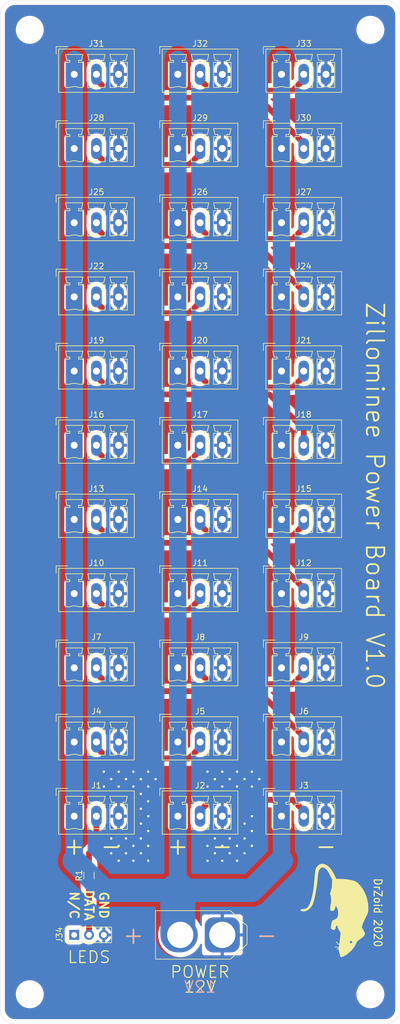
<source format=kicad_pcb>
(kicad_pcb (version 20171130) (host pcbnew "(5.1.4)-1")
  (layers (0 F.Cu signal) (31 B.Cu signal) (34 B.Paste user) (35 F.Paste user) (36 B.SilkS user) (37 F.SilkS user) (38 B.Mask user hide) (39 F.Mask user hide) (44 Edge.Cuts user))
  (net 0 "")
  (net 1 "Net-(J10-Pad2)")
  (net 2 "Net-(J2-Pad2)")
  (net 3 "Net-(J4-Pad2)")
  (net 4 "Net-(J6-Pad2)")
  (net 5 "Net-(J8-Pad2)")
  (net 6 "Net-(J12-Pad2)")
  (net 7 "Net-(J14-Pad2)")
  (net 8 "Net-(J18-Pad2)")
  (net 9 "Net-(J22-Pad2)")
  (net 10 "Net-(J26-Pad2)")
  (net 11 "Net-(J16-Pad2)")
  (net 12 "Net-(J20-Pad2)")
  (net 13 "Net-(J24-Pad2)")
  (net 14 "Net-(J28-Pad2)")
  (net 15 +12V)
  (net 16 GND)
  (net 17 "Net-(J30-Pad2)")
  (net 18 "Net-(J32-Pad2)")
  (net 19 DATA_IN)
  (net 20 "Net-(J34-Pad2)")
  (module Resistors_SMD:R_0805_HandSoldering (layer F.Cu) (at 38.1 170.18 90)
    (fp_text reference R1 (at 0 -1.7 90) (layer F.SilkS))
    (fp_text value 470)
    (pad 1 smd rect (at -1.35 0 90) (size 1.5 1.3) (layers F.Cu F.Paste F.Mask) (net 20 "Net-(J34-Pad2)"))
    (pad 2 smd rect (at 1.35 0 90) (size 1.5 1.3) (layers F.Cu F.Paste F.Mask) (net 19 DATA_IN))
  )
  (module Pin_Headers:Pin_Header_Straight_1x03_Pitch2.54mm (layer F.Cu) (at 35.56 180.34 90)
    (fp_text reference J34 (at 0 -2.54 -90) (layer F.SilkS))
    (fp_text value LEDS (at -3.81 2.54 180) (layer F.SilkS) (effects (font (size 2 2) (thickness 0.2))))
    (pad 1 thru_hole rect (at 0 0 90) (size 1.7 1.7) (drill 1) (layers *.Cu *.Mask))
    (pad 2 thru_hole oval (at 0 2.54 90) (size 1.7 1.7) (drill 1) (layers *.Cu *.Mask) (net 20 "Net-(J34-Pad2)"))
    (pad 3 thru_hole oval (at 0 5.08 90) (size 1.7 1.7) (drill 1) (layers *.Cu *.Mask) (net 16 GND))
  )
  (module zillo-mini-devkit:LOGO_RAT (layer B.Cu) (at 82.55 176.53 90)
    (fp_text reference REF** hide)
    (fp_text value LOGO_RAT hide)
    (fp_poly (pts (xy -5.538 1.139) (xy -5.449 1.185) (xy -5.185 0.762) (xy -5.212 0.744) (xy -5.234 0.727) (xy -5.257 0.705) (xy -5.272 0.688) (xy -5.287 0.667) (xy -5.299 0.647) (xy -5.308 0.63) (xy -5.316 0.613) (xy -5.321 0.599) (xy -5.325 0.583) (xy -5.328 0.571) (xy -5.332 0.552) (xy -5.334 0.54) (xy -5.337 0.523) (xy -5.338 0.511) (xy -5.338 0.496) (xy -5.338 0.481) (xy -5.337 0.465) (xy -5.334 0.446) (xy -5.329 0.423) (xy -5.324 0.407) (xy -5.318 0.389) (xy -5.309 0.368) (xy -5.295 0.343) (xy -5.284 0.326) (xy -5.271 0.309) (xy -5.258 0.293) (xy -5.242 0.278) (xy -5.209 0.251) (xy -5.188 0.238) (xy -5.171 0.229) (xy -5.152 0.221) (xy -5.131 0.213) (xy -5.102 0.205) (xy -5.055 0.198) (xy -5.017 0.198) (xy -4.973 0.204) (xy -4.935 0.216) (xy -4.902 0.23) (xy -4.875 0.246) (xy -4.858 0.258) (xy -4.828 0.283) (xy -4.797 0.317) (xy -4.78 0.342) (xy -4.76 0.38) (xy -4.75 0.41) (xy -4.745 0.431) (xy -4.74 0.458) (xy -4.737 0.5) (xy -4.739 0.536) (xy -4.748 0.579) (xy -4.765 0.625) (xy -4.783 0.66) (xy -4.809 0.694) (xy -4.821 0.707) (xy -4.838 0.723) (xy -4.848 0.732) (xy -4.87 0.748) (xy -4.893 0.762) (xy -4.905 0.768) (xy -4.92 0.776) (xy -4.931 0.78) (xy -4.95 0.786) (xy -4.96 0.789) (xy -4.972 0.792) (xy -4.982 0.794) (xy -4.995 0.796) (xy -5.012 0.798) (xy -5.03 0.799) (xy -5.057 0.799) (xy -5.082 0.797) (xy -5.118 0.791) (xy -5.144 0.782) (xy -5.163 0.773) (xy -5.178 0.765) (xy -5.181 0.763) (xy -5.446 1.187) (xy -5.281 1.275) (xy -5.061 1.366) (xy -4.953 1.428) (xy -4.85 1.501) (xy -4.748 1.609) (xy -4.627 1.758) (xy -4.477 1.97) (xy -4.354 2.148) (xy -4.203 2.346) (xy -4.084 2.486) (xy -3.995 2.577) (xy -3.867 2.674) (xy -3.758 2.737) (xy -3.653 2.787) (xy -3.57 2.799) (xy -3.514 2.79) (xy -3.438 2.759) (xy -3.322 2.696) (xy -3.227 2.625) (xy -3.133 2.569) (xy -3.048 2.546) (xy -2.949 2.511) (xy -2.871 2.464) (xy -2.807 2.412) (xy -2.704 2.332) (xy -2.634 2.278) (xy -2.558 2.267) (xy -2.444 2.269) (xy -2.295 2.305) (xy -2.023 2.383) (xy -1.618 2.542) (xy -1.359 2.658) (xy -0.899 2.875) (xy -0.469 3.089) (xy -0.308 3.17) (xy -0.114 3.247) (xy 0.046 3.297) (xy 0.225 3.338) (xy 0.385 3.358) (xy 0.528 3.366) (xy 0.69 3.373) (xy 0.8 3.372) (xy 0.993 3.37) (xy 1.135 3.364) (xy 1.278 3.35) (xy 1.497 3.328) (xy 1.639 3.308) (xy 1.864 3.27) (xy 2.015 3.24) (xy 2.212 3.194) (xy 2.357 3.155) (xy 2.604 3.085) (xy 2.79 3.017) (xy 3.089 2.904) (xy 3.604 2.649) (xy 4.017 2.422) (xy 4.139 2.347) (xy 4.406 2.134) (xy 4.908 1.685) (xy 5.073 1.519) (xy 5.141 1.417) (xy 5.221 1.283) (xy 5.313 1.118) (xy 5.373 0.92) (xy 5.437 0.676) (xy 5.519 0.295) (xy 5.572 0.008) (xy 5.614 -0.295) (xy 5.648 -0.668) (xy 5.673 -1.234) (xy 5.681 -2.081) (xy 5.713 -2.101) (xy 6.21 -2.347) (xy 6.613 -2.543) (xy 7.101 -2.825) (xy 7.337 -2.986) (xy 7.5 -3.11) (xy 7.675 -3.269) (xy 7.804 -3.397) (xy 7.902 -3.529) (xy 7.992 -3.661) (xy 8.075 -3.796) (xy 8.164 -3.99) (xy 8.23 -4.173) (xy 8.256 -4.327) (xy 8.261 -4.46) (xy 8.253 -4.58) (xy 8.229 -4.692) (xy 8.184 -4.818) (xy 8.116 -4.936) (xy 8.036 -5.05) (xy 7.893 -5.213) (xy 7.707 -5.347) (xy 7.552 -5.43) (xy 7.396 -5.484) (xy 7.101 -5.548) (xy 6.744 -5.587) (xy 5.63 -5.684) (xy 4.822 -5.765) (xy 4.469 -5.803) (xy 4.039 -5.855) (xy 3.653 -5.912) (xy 3.212 -5.995) (xy 2.763 -6.093) (xy 2.316 -6.207) (xy 1.981 -6.314) (xy 1.67 -6.409) (xy 1.497 -6.475) (xy 1.308 -6.57) (xy 1.137 -6.665) (xy 0.99 -6.76) (xy 0.879 -6.857) (xy 0.767 -6.965) (xy 0.687 -7.075) (xy 0.63 -7.199) (xy 0.585 -7.308) (xy 0.561 -7.422) (xy 0.532 -7.572) (xy 0.509 -7.711) (xy 0.492 -7.85) (xy 0.483 -7.923) (xy 0.476 -7.995) (xy 0.469 -8.031) (xy 0.455 -8.048) (xy 0.424 -8.076) (xy 0.415 -8.078) (xy 0.401 -8.06) (xy 0.392 -8.034) (xy 0.382 -8.001) (xy 0.365 -7.94) (xy 0.348 -7.876) (xy 0.329 -7.812) (xy 0.311 -7.728) (xy 0.31 -7.662) (xy 0.307 -7.579) (xy 0.317 -7.508) (xy 0.329 -7.435) (xy 0.352 -7.338) (xy 0.379 -7.259) (xy 0.411 -7.176) (xy 0.448 -7.1) (xy 0.501 -7.006) (xy 0.565 -6.905) (xy 0.648 -6.793) (xy 0.744 -6.688) (xy 0.813 -6.619) (xy 0.912 -6.52) (xy 1.043 -6.418) (xy 1.147 -6.335) (xy 1.252 -6.269) (xy 1.484 -6.145) (xy 1.731 -6.062) (xy 1.822 -6.033) (xy 1.969 -5.989) (xy 2.347 -5.886) (xy 2.9 -5.765) (xy 3.568 -5.635) (xy 4.475 -5.487) (xy 5.185 -5.39) (xy 5.635 -5.339) (xy 5.965 -5.31) (xy 6.499 -5.253) (xy 6.72 -5.227) (xy 6.932 -5.18) (xy 7.112 -5.134) (xy 7.232 -5.093) (xy 7.41 -5.005) (xy 7.542 -4.907) (xy 7.621 -4.828) (xy 7.699 -4.735) (xy 7.766 -4.629) (xy 7.811 -4.517) (xy 7.828 -4.423) (xy 7.83 -4.334) (xy 7.823 -4.249) (xy 7.801 -4.149) (xy 7.768 -4.062) (xy 7.684 -3.91) (xy 7.64 -3.849) (xy 7.589 -3.782) (xy 7.554 -3.738) (xy 7.502 -3.687) (xy 7.417 -3.596) (xy 7.341 -3.536) (xy 7.253 -3.479) (xy 7.122 -3.392) (xy 6.986 -3.308) (xy 6.821 -3.216) (xy 6.713 -3.161) (xy 6.489 -3.046) (xy 6.142 -2.87) (xy 5.879 -2.735) (xy 5.729 -2.661) (xy 5.704 -2.649) (xy 5.686 -2.648) (xy 5.355 -2.654) (xy 4.952 -2.663) (xy 4.588 -2.679) (xy 4.381 -2.69) (xy 4.207 -2.72) (xy 4.129 -2.732) (xy 4.046 -2.76) (xy 3.95 -2.798) (xy 3.89 -2.832) (xy 3.824 -2.859) (xy 3.761 -2.879) (xy 3.669 -2.887) (xy 3.572 -2.9) (xy 3.5 -2.91) (xy 3.469 -2.927) (xy 3.415 -2.962) (xy 3.366 -2.977) (xy 3.323 -2.984) (xy 3.266 -2.985) (xy 3.22 -2.984) (xy 3.159 -2.963) (xy 3.113 -2.951) (xy 3.037 -2.923) (xy 2.944 -2.898) (xy 2.816 -2.876) (xy 2.548 -2.846) (xy 2.41 -2.839) (xy 2.214 -2.825) (xy 2.012 -2.822) (xy 1.818 -2.83) (xy 1.628 -2.852) (xy 1.466 -2.88) (xy 1.306 -2.924) (xy 1.199 -2.948) (xy 1.078 -2.966) (xy 0.946 -2.977) (xy 0.789 -2.979) (xy 0.6 -2.977) (xy 0.518 -2.968) (xy 0.465 -2.954) (xy 0.438 -2.938) (xy 0.42 -2.917) (xy 0.408 -2.888) (xy 0.401 -2.853) (xy 0.396 -2.808) (xy 0.395 -2.757) (xy 0.4 -2.705) (xy 0.409 -2.656) (xy 0.433 -2.586) (xy 0.47 -2.519) (xy 0.528 -2.439) (xy 0.583 -2.398) (xy 0.645 -2.371) (xy 0.784 -2.329) (xy 1.06 -2.257) (xy 1.207 -2.216) (xy 1.292 -2.162) (xy 1.335 -2.129) (xy 1.348 -2.106) (xy 1.326 -2.07) (xy 1.272 -2.033) (xy 1.193 -1.992) (xy 1.065 -1.918) (xy 0.772 -1.773) (xy 0.581 -1.7) (xy 0.543 -1.685) (xy 0.435 -1.655) (xy 0.293 -1.632) (xy 0.084 -1.617) (xy -0.07 -1.617) (xy -0.356 -1.623) (xy -0.501 -1.643) (xy -0.623 -1.671) (xy -0.732 -1.713) (xy -0.85 -1.763) (xy -0.911 -1.796) (xy -0.979 -1.847) (xy -1.034 -1.899) (xy -1.104 -1.984) (xy -1.156 -2.052) (xy -1.206 -2.16) (xy -1.249 -2.261) (xy -1.301 -2.385) (xy -1.335 -2.457) (xy -1.371 -2.512) (xy -1.398 -2.551) (xy -1.415 -2.572) (xy -1.448 -2.604) (xy -1.488 -2.634) (xy -1.6 -2.705) (xy -1.727 -2.754) (xy -1.943 -2.781) (xy -2.146 -2.815) (xy -2.41 -2.838) (xy -2.572 -2.861) (xy -2.605 -2.874) (xy -2.633 -2.87) (xy -2.671 -2.848) (xy -2.709 -2.8) (xy -2.737 -2.764) (xy -2.78 -2.71) (xy -2.823 -2.636) (xy -2.848 -2.574) (xy -2.865 -2.509) (xy -2.864 -2.441) (xy -2.832 -2.37) (xy -2.784 -2.314) (xy -2.733 -2.284) (xy -2.667 -2.252) (xy -2.558 -2.228) (xy -2.397 -2.197) (xy -2.289 -2.163) (xy -2.22 -2.113) (xy -2.177 -2.07) (xy -2.148 -2.014) (xy -2.135 -1.965) (xy -2.132 -1.92) (xy -2.141 -1.869) (xy -2.15 -1.841) (xy -2.167 -1.823) (xy -2.19 -1.809) (xy -2.22 -1.79) (xy -2.295 -1.762) (xy -2.445 -1.709) (xy -2.62 -1.642) (xy -2.689 -1.613) (xy -2.783 -1.563) (xy -2.893 -1.504) (xy -3.193 -1.325) (xy -3.304 -1.275) (xy -3.489 -1.222) (xy -3.647 -1.211) (xy -3.752 -1.225) (xy -3.963 -1.24) (xy -4.406 -1.281) (xy -4.664 -1.315) (xy -4.924 -1.349) (xy -5.16 -1.381) (xy -5.425 -1.426) (xy -5.848 -1.481) (xy -5.978 -1.503) (xy -6.181 -1.521) (xy -6.342 -1.525) (xy -6.454 -1.515) (xy -6.546 -1.497) (xy -6.812 -1.421) (xy -7.015 -1.361) (xy -7.099 -1.332) (xy -7.222 -1.298) (xy -7.359 -1.274) (xy -7.424 -1.254) (xy -7.472 -1.228) (xy -7.504 -1.195) (xy -7.516 -1.15) (xy -7.518 -1.097) (xy -7.485 -1.014) (xy -7.428 -0.883) (xy -7.305 -0.646) (xy -7.167 -0.415) (xy -6.996 -0.171) (xy -6.874 -0.009) (xy -6.647 0.251) (xy -6.482 0.432) (xy -6.25 0.65) (xy -6.007 0.846) (xy -5.859 0.949) (xy -5.719 1.032) (xy -5.619 1.092)) (layer F.Cu) (width 0.1))
    (pad 1 smd circle (at -5.047 0.527 90) (size 0.6 0.6) (layers F.Cu F.Mask))
  )
  (module Connectors_Phoenix:PhoenixContact_MCV-G_03x3.81mm_Vertical (layer F.Cu) (at 35.56 96.52)
    (fp_text reference J16 (at 3.81 -5.25) (layer F.SilkS))
    (fp_text value Conn_01x03_Male)
    (pad 1 thru_hole rect (at 0 0) (size 1.8 3.6) (drill 1.2) (layers *.Cu *.Mask) (net 15 +12V))
    (pad 2 thru_hole oval (at 3.81 0) (size 1.8 3.6) (drill 1.2) (layers *.Cu *.Mask) (net 11 "Net-(J16-Pad2)"))
    (pad 3 thru_hole oval (at 7.62 0) (size 1.8 3.6) (drill 1.2) (layers *.Cu *.Mask) (net 16 GND))
  )
  (module Connectors_Phoenix:PhoenixContact_MCV-G_03x3.81mm_Vertical (layer F.Cu) (at 35.56 134.62)
    (fp_text reference J7 (at 3.81 -5.25) (layer F.SilkS))
    (fp_text value Conn_01x03_Male)
    (pad 1 thru_hole rect (at 0 0) (size 1.8 3.6) (drill 1.2) (layers *.Cu *.Mask) (net 15 +12V))
    (pad 2 thru_hole oval (at 3.81 0) (size 1.8 3.6) (drill 1.2) (layers *.Cu *.Mask) (net 4 "Net-(J6-Pad2)"))
    (pad 3 thru_hole oval (at 7.62 0) (size 1.8 3.6) (drill 1.2) (layers *.Cu *.Mask) (net 16 GND))
  )
  (module Connectors_Phoenix:PhoenixContact_MCV-G_03x3.81mm_Vertical (layer F.Cu) (at 53.34 134.62)
    (fp_text reference J8 (at 3.81 -5.25) (layer F.SilkS))
    (fp_text value Conn_01x03_Male)
    (pad 1 thru_hole rect (at 0 0) (size 1.8 3.6) (drill 1.2) (layers *.Cu *.Mask) (net 15 +12V))
    (pad 2 thru_hole oval (at 3.81 0) (size 1.8 3.6) (drill 1.2) (layers *.Cu *.Mask) (net 5 "Net-(J8-Pad2)"))
    (pad 3 thru_hole oval (at 7.62 0) (size 1.8 3.6) (drill 1.2) (layers *.Cu *.Mask) (net 16 GND))
  )
  (module Connectors_Phoenix:PhoenixContact_MCV-G_03x3.81mm_Vertical (layer F.Cu) (at 53.34 121.92)
    (fp_text reference J11 (at 3.81 -5.25) (layer F.SilkS))
    (fp_text value Conn_01x03_Male)
    (pad 1 thru_hole rect (at 0 0) (size 1.8 3.6) (drill 1.2) (layers *.Cu *.Mask) (net 15 +12V))
    (pad 2 thru_hole oval (at 3.81 0) (size 1.8 3.6) (drill 1.2) (layers *.Cu *.Mask) (net 1 "Net-(J10-Pad2)"))
    (pad 3 thru_hole oval (at 7.62 0) (size 1.8 3.6) (drill 1.2) (layers *.Cu *.Mask) (net 16 GND))
  )
  (module Connectors_Phoenix:PhoenixContact_MCV-G_03x3.81mm_Vertical (layer F.Cu) (at 35.56 121.92)
    (fp_text reference J10 (at 3.81 -5.25) (layer F.SilkS))
    (fp_text value Conn_01x03_Male)
    (pad 1 thru_hole rect (at 0 0) (size 1.8 3.6) (drill 1.2) (layers *.Cu *.Mask) (net 15 +12V))
    (pad 2 thru_hole oval (at 3.81 0) (size 1.8 3.6) (drill 1.2) (layers *.Cu *.Mask) (net 1 "Net-(J10-Pad2)"))
    (pad 3 thru_hole oval (at 7.62 0) (size 1.8 3.6) (drill 1.2) (layers *.Cu *.Mask) (net 16 GND))
  )
  (module Connectors_Phoenix:PhoenixContact_MCV-G_03x3.81mm_Vertical (layer F.Cu) (at 71.12 45.72)
    (fp_text reference J30 (at 3.81 -5.25) (layer F.SilkS))
    (fp_text value Conn_01x03_Male)
    (pad 1 thru_hole rect (at 0 0) (size 1.8 3.6) (drill 1.2) (layers *.Cu *.Mask) (net 15 +12V))
    (pad 2 thru_hole oval (at 3.81 0) (size 1.8 3.6) (drill 1.2) (layers *.Cu *.Mask) (net 17 "Net-(J30-Pad2)"))
    (pad 3 thru_hole oval (at 7.62 0) (size 1.8 3.6) (drill 1.2) (layers *.Cu *.Mask) (net 16 GND))
  )
  (module Connectors_Phoenix:PhoenixContact_MCV-G_03x3.81mm_Vertical (layer F.Cu) (at 53.34 45.72)
    (fp_text reference J29 (at 3.81 -5.25) (layer F.SilkS))
    (fp_text value Conn_01x03_Male)
    (pad 1 thru_hole rect (at 0 0) (size 1.8 3.6) (drill 1.2) (layers *.Cu *.Mask) (net 15 +12V))
    (pad 2 thru_hole oval (at 3.81 0) (size 1.8 3.6) (drill 1.2) (layers *.Cu *.Mask) (net 14 "Net-(J28-Pad2)"))
    (pad 3 thru_hole oval (at 7.62 0) (size 1.8 3.6) (drill 1.2) (layers *.Cu *.Mask) (net 16 GND))
  )
  (module Connectors_Phoenix:PhoenixContact_MCV-G_03x3.81mm_Vertical (layer F.Cu) (at 35.56 45.72)
    (fp_text reference J28 (at 3.81 -5.25) (layer F.SilkS))
    (fp_text value Conn_01x03_Male)
    (pad 1 thru_hole rect (at 0 0) (size 1.8 3.6) (drill 1.2) (layers *.Cu *.Mask) (net 15 +12V))
    (pad 2 thru_hole oval (at 3.81 0) (size 1.8 3.6) (drill 1.2) (layers *.Cu *.Mask) (net 14 "Net-(J28-Pad2)"))
    (pad 3 thru_hole oval (at 7.62 0) (size 1.8 3.6) (drill 1.2) (layers *.Cu *.Mask) (net 16 GND))
  )
  (module Connectors_Phoenix:PhoenixContact_MCV-G_03x3.81mm_Vertical (layer F.Cu) (at 71.12 58.42)
    (fp_text reference J27 (at 3.81 -5.25) (layer F.SilkS))
    (fp_text value Conn_01x03_Male)
    (pad 1 thru_hole rect (at 0 0) (size 1.8 3.6) (drill 1.2) (layers *.Cu *.Mask) (net 15 +12V))
    (pad 2 thru_hole oval (at 3.81 0) (size 1.8 3.6) (drill 1.2) (layers *.Cu *.Mask) (net 10 "Net-(J26-Pad2)"))
    (pad 3 thru_hole oval (at 7.62 0) (size 1.8 3.6) (drill 1.2) (layers *.Cu *.Mask) (net 16 GND))
  )
  (module Connectors_Phoenix:PhoenixContact_MCV-G_03x3.81mm_Vertical (layer F.Cu) (at 53.34 58.42)
    (fp_text reference J26 (at 3.81 -5.25) (layer F.SilkS))
    (fp_text value Conn_01x03_Male)
    (pad 1 thru_hole rect (at 0 0) (size 1.8 3.6) (drill 1.2) (layers *.Cu *.Mask) (net 15 +12V))
    (pad 2 thru_hole oval (at 3.81 0) (size 1.8 3.6) (drill 1.2) (layers *.Cu *.Mask) (net 10 "Net-(J26-Pad2)"))
    (pad 3 thru_hole oval (at 7.62 0) (size 1.8 3.6) (drill 1.2) (layers *.Cu *.Mask) (net 16 GND))
  )
  (module Connectors_Phoenix:PhoenixContact_MCV-G_03x3.81mm_Vertical (layer F.Cu) (at 35.56 58.42)
    (fp_text reference J25 (at 3.81 -5.25) (layer F.SilkS))
    (fp_text value Conn_01x03_Male)
    (pad 1 thru_hole rect (at 0 0) (size 1.8 3.6) (drill 1.2) (layers *.Cu *.Mask) (net 15 +12V))
    (pad 2 thru_hole oval (at 3.81 0) (size 1.8 3.6) (drill 1.2) (layers *.Cu *.Mask) (net 13 "Net-(J24-Pad2)"))
    (pad 3 thru_hole oval (at 7.62 0) (size 1.8 3.6) (drill 1.2) (layers *.Cu *.Mask) (net 16 GND))
  )
  (module Connectors_Phoenix:PhoenixContact_MCV-G_03x3.81mm_Vertical (layer F.Cu) (at 71.12 71.12)
    (fp_text reference J24 (at 3.81 -5.25) (layer F.SilkS))
    (fp_text value Conn_01x03_Male)
    (pad 1 thru_hole rect (at 0 0) (size 1.8 3.6) (drill 1.2) (layers *.Cu *.Mask) (net 15 +12V))
    (pad 2 thru_hole oval (at 3.81 0) (size 1.8 3.6) (drill 1.2) (layers *.Cu *.Mask) (net 13 "Net-(J24-Pad2)"))
    (pad 3 thru_hole oval (at 7.62 0) (size 1.8 3.6) (drill 1.2) (layers *.Cu *.Mask) (net 16 GND))
  )
  (module Connectors_Phoenix:PhoenixContact_MCV-G_03x3.81mm_Vertical (layer F.Cu) (at 53.34 71.12)
    (fp_text reference J23 (at 3.81 -5.25) (layer F.SilkS))
    (fp_text value Conn_01x03_Male)
    (pad 1 thru_hole rect (at 0 0) (size 1.8 3.6) (drill 1.2) (layers *.Cu *.Mask) (net 15 +12V))
    (pad 2 thru_hole oval (at 3.81 0) (size 1.8 3.6) (drill 1.2) (layers *.Cu *.Mask) (net 9 "Net-(J22-Pad2)"))
    (pad 3 thru_hole oval (at 7.62 0) (size 1.8 3.6) (drill 1.2) (layers *.Cu *.Mask) (net 16 GND))
  )
  (module Connectors_Phoenix:PhoenixContact_MCV-G_03x3.81mm_Vertical (layer F.Cu) (at 35.56 71.12)
    (fp_text reference J22 (at 3.81 -5.25) (layer F.SilkS))
    (fp_text value Conn_01x03_Male)
    (pad 1 thru_hole rect (at 0 0) (size 1.8 3.6) (drill 1.2) (layers *.Cu *.Mask) (net 15 +12V))
    (pad 2 thru_hole oval (at 3.81 0) (size 1.8 3.6) (drill 1.2) (layers *.Cu *.Mask) (net 9 "Net-(J22-Pad2)"))
    (pad 3 thru_hole oval (at 7.62 0) (size 1.8 3.6) (drill 1.2) (layers *.Cu *.Mask) (net 16 GND))
  )
  (module Connectors_Phoenix:PhoenixContact_MCV-G_03x3.81mm_Vertical (layer F.Cu) (at 71.12 83.82)
    (fp_text reference J21 (at 3.81 -5.25) (layer F.SilkS))
    (fp_text value Conn_01x03_Male)
    (pad 1 thru_hole rect (at 0 0) (size 1.8 3.6) (drill 1.2) (layers *.Cu *.Mask) (net 15 +12V))
    (pad 2 thru_hole oval (at 3.81 0) (size 1.8 3.6) (drill 1.2) (layers *.Cu *.Mask) (net 12 "Net-(J20-Pad2)"))
    (pad 3 thru_hole oval (at 7.62 0) (size 1.8 3.6) (drill 1.2) (layers *.Cu *.Mask) (net 16 GND))
  )
  (module Connectors_Phoenix:PhoenixContact_MCV-G_03x3.81mm_Vertical (layer F.Cu) (at 53.34 83.82)
    (fp_text reference J20 (at 3.81 -5.25) (layer F.SilkS))
    (fp_text value Conn_01x03_Male)
    (pad 1 thru_hole rect (at 0 0) (size 1.8 3.6) (drill 1.2) (layers *.Cu *.Mask) (net 15 +12V))
    (pad 2 thru_hole oval (at 3.81 0) (size 1.8 3.6) (drill 1.2) (layers *.Cu *.Mask) (net 12 "Net-(J20-Pad2)"))
    (pad 3 thru_hole oval (at 7.62 0) (size 1.8 3.6) (drill 1.2) (layers *.Cu *.Mask) (net 16 GND))
  )
  (module Connectors_Phoenix:PhoenixContact_MCV-G_03x3.81mm_Vertical (layer F.Cu) (at 35.56 83.82)
    (fp_text reference J19 (at 3.81 -5.25) (layer F.SilkS))
    (fp_text value Conn_01x03_Male)
    (pad 1 thru_hole rect (at 0 0) (size 1.8 3.6) (drill 1.2) (layers *.Cu *.Mask) (net 15 +12V))
    (pad 2 thru_hole oval (at 3.81 0) (size 1.8 3.6) (drill 1.2) (layers *.Cu *.Mask) (net 8 "Net-(J18-Pad2)"))
    (pad 3 thru_hole oval (at 7.62 0) (size 1.8 3.6) (drill 1.2) (layers *.Cu *.Mask) (net 16 GND))
  )
  (module Connectors_Phoenix:PhoenixContact_MCV-G_03x3.81mm_Vertical (layer F.Cu) (at 71.12 96.52)
    (fp_text reference J18 (at 3.81 -5.25) (layer F.SilkS))
    (fp_text value Conn_01x03_Male)
    (pad 1 thru_hole rect (at 0 0) (size 1.8 3.6) (drill 1.2) (layers *.Cu *.Mask) (net 15 +12V))
    (pad 2 thru_hole oval (at 3.81 0) (size 1.8 3.6) (drill 1.2) (layers *.Cu *.Mask) (net 8 "Net-(J18-Pad2)"))
    (pad 3 thru_hole oval (at 7.62 0) (size 1.8 3.6) (drill 1.2) (layers *.Cu *.Mask) (net 16 GND))
  )
  (module Connectors_Phoenix:PhoenixContact_MCV-G_03x3.81mm_Vertical (layer F.Cu) (at 53.34 96.52)
    (fp_text reference J17 (at 3.81 -5.25) (layer F.SilkS))
    (fp_text value Conn_01x03_Male)
    (pad 1 thru_hole rect (at 0 0) (size 1.8 3.6) (drill 1.2) (layers *.Cu *.Mask) (net 15 +12V))
    (pad 2 thru_hole oval (at 3.81 0) (size 1.8 3.6) (drill 1.2) (layers *.Cu *.Mask) (net 11 "Net-(J16-Pad2)"))
    (pad 3 thru_hole oval (at 7.62 0) (size 1.8 3.6) (drill 1.2) (layers *.Cu *.Mask) (net 16 GND))
  )
  (module Connectors_Phoenix:PhoenixContact_MCV-G_03x3.81mm_Vertical (layer F.Cu) (at 71.12 109.22)
    (fp_text reference J15 (at 3.81 -5.25) (layer F.SilkS))
    (fp_text value Conn_01x03_Male)
    (pad 1 thru_hole rect (at 0 0) (size 1.8 3.6) (drill 1.2) (layers *.Cu *.Mask) (net 15 +12V))
    (pad 2 thru_hole oval (at 3.81 0) (size 1.8 3.6) (drill 1.2) (layers *.Cu *.Mask) (net 7 "Net-(J14-Pad2)"))
    (pad 3 thru_hole oval (at 7.62 0) (size 1.8 3.6) (drill 1.2) (layers *.Cu *.Mask) (net 16 GND))
  )
  (module Connectors_Phoenix:PhoenixContact_MCV-G_03x3.81mm_Vertical (layer F.Cu) (at 53.34 109.22)
    (fp_text reference J14 (at 3.81 -5.25) (layer F.SilkS))
    (fp_text value Conn_01x03_Male)
    (pad 1 thru_hole rect (at 0 0) (size 1.8 3.6) (drill 1.2) (layers *.Cu *.Mask) (net 15 +12V))
    (pad 2 thru_hole oval (at 3.81 0) (size 1.8 3.6) (drill 1.2) (layers *.Cu *.Mask) (net 7 "Net-(J14-Pad2)"))
    (pad 3 thru_hole oval (at 7.62 0) (size 1.8 3.6) (drill 1.2) (layers *.Cu *.Mask) (net 16 GND))
  )
  (module Connectors_Phoenix:PhoenixContact_MCV-G_03x3.81mm_Vertical (layer F.Cu) (at 35.56 109.22)
    (fp_text reference J13 (at 3.81 -5.25) (layer F.SilkS))
    (fp_text value Conn_01x03_Male)
    (pad 1 thru_hole rect (at 0 0) (size 1.8 3.6) (drill 1.2) (layers *.Cu *.Mask) (net 15 +12V))
    (pad 2 thru_hole oval (at 3.81 0) (size 1.8 3.6) (drill 1.2) (layers *.Cu *.Mask) (net 6 "Net-(J12-Pad2)"))
    (pad 3 thru_hole oval (at 7.62 0) (size 1.8 3.6) (drill 1.2) (layers *.Cu *.Mask) (net 16 GND))
  )
  (module Connectors_Phoenix:PhoenixContact_MCV-G_03x3.81mm_Vertical (layer F.Cu) (at 71.12 121.92)
    (fp_text reference J12 (at 3.81 -5.25) (layer F.SilkS))
    (fp_text value Conn_01x03_Male)
    (pad 1 thru_hole rect (at 0 0) (size 1.8 3.6) (drill 1.2) (layers *.Cu *.Mask) (net 15 +12V))
    (pad 2 thru_hole oval (at 3.81 0) (size 1.8 3.6) (drill 1.2) (layers *.Cu *.Mask) (net 6 "Net-(J12-Pad2)"))
    (pad 3 thru_hole oval (at 7.62 0) (size 1.8 3.6) (drill 1.2) (layers *.Cu *.Mask) (net 16 GND))
  )
  (module Connectors_Phoenix:PhoenixContact_MCV-G_03x3.81mm_Vertical (layer F.Cu) (at 71.12 134.62)
    (fp_text reference J9 (at 3.81 -5.25) (layer F.SilkS))
    (fp_text value Conn_01x03_Male)
    (pad 1 thru_hole rect (at 0 0) (size 1.8 3.6) (drill 1.2) (layers *.Cu *.Mask) (net 15 +12V))
    (pad 2 thru_hole oval (at 3.81 0) (size 1.8 3.6) (drill 1.2) (layers *.Cu *.Mask) (net 5 "Net-(J8-Pad2)"))
    (pad 3 thru_hole oval (at 7.62 0) (size 1.8 3.6) (drill 1.2) (layers *.Cu *.Mask) (net 16 GND))
  )
  (module Connectors_Phoenix:PhoenixContact_MCV-G_03x3.81mm_Vertical (layer F.Cu) (at 71.12 147.32)
    (fp_text reference J6 (at 3.81 -5.25) (layer F.SilkS))
    (fp_text value Conn_01x03_Male)
    (pad 1 thru_hole rect (at 0 0) (size 1.8 3.6) (drill 1.2) (layers *.Cu *.Mask) (net 15 +12V))
    (pad 2 thru_hole oval (at 3.81 0) (size 1.8 3.6) (drill 1.2) (layers *.Cu *.Mask) (net 4 "Net-(J6-Pad2)"))
    (pad 3 thru_hole oval (at 7.62 0) (size 1.8 3.6) (drill 1.2) (layers *.Cu *.Mask) (net 16 GND))
  )
  (module Connectors_Phoenix:PhoenixContact_MCV-G_03x3.81mm_Vertical (layer F.Cu) (at 53.34 147.32)
    (fp_text reference J5 (at 3.81 -5.25) (layer F.SilkS))
    (fp_text value Conn_01x03_Male)
    (pad 1 thru_hole rect (at 0 0) (size 1.8 3.6) (drill 1.2) (layers *.Cu *.Mask) (net 15 +12V))
    (pad 2 thru_hole oval (at 3.81 0) (size 1.8 3.6) (drill 1.2) (layers *.Cu *.Mask) (net 3 "Net-(J4-Pad2)"))
    (pad 3 thru_hole oval (at 7.62 0) (size 1.8 3.6) (drill 1.2) (layers *.Cu *.Mask) (net 16 GND))
  )
  (module Connectors_Phoenix:PhoenixContact_MCV-G_03x3.81mm_Vertical (layer F.Cu) (at 35.56 147.32)
    (fp_text reference J4 (at 3.81 -5.25) (layer F.SilkS))
    (fp_text value Conn_01x03_Male)
    (pad 1 thru_hole rect (at 0 0) (size 1.8 3.6) (drill 1.2) (layers *.Cu *.Mask) (net 15 +12V))
    (pad 2 thru_hole oval (at 3.81 0) (size 1.8 3.6) (drill 1.2) (layers *.Cu *.Mask) (net 3 "Net-(J4-Pad2)"))
    (pad 3 thru_hole oval (at 7.62 0) (size 1.8 3.6) (drill 1.2) (layers *.Cu *.Mask) (net 16 GND))
  )
  (module Connectors_Phoenix:PhoenixContact_MCV-G_03x3.81mm_Vertical (layer F.Cu) (at 71.12 160.02)
    (fp_text reference J3 (at 3.81 -5.25) (layer F.SilkS))
    (fp_text value Conn_01x03_Male)
    (pad 1 thru_hole rect (at 0 0) (size 1.8 3.6) (drill 1.2) (layers *.Cu *.Mask) (net 15 +12V))
    (pad 2 thru_hole oval (at 3.81 0) (size 1.8 3.6) (drill 1.2) (layers *.Cu *.Mask) (net 2 "Net-(J2-Pad2)"))
    (pad 3 thru_hole oval (at 7.62 0) (size 1.8 3.6) (drill 1.2) (layers *.Cu *.Mask) (net 16 GND))
  )
  (module Connectors_Phoenix:PhoenixContact_MCV-G_03x3.81mm_Vertical (layer F.Cu) (at 53.34 160.02)
    (fp_text reference J2 (at 3.81 -5.25) (layer F.SilkS))
    (fp_text value Conn_01x03_Male)
    (pad 1 thru_hole rect (at 0 0) (size 1.8 3.6) (drill 1.2) (layers *.Cu *.Mask) (net 15 +12V))
    (pad 2 thru_hole oval (at 3.81 0) (size 1.8 3.6) (drill 1.2) (layers *.Cu *.Mask) (net 2 "Net-(J2-Pad2)"))
    (pad 3 thru_hole oval (at 7.62 0) (size 1.8 3.6) (drill 1.2) (layers *.Cu *.Mask) (net 16 GND))
  )
  (module Connectors_Phoenix:PhoenixContact_MCV-G_03x3.81mm_Vertical (layer F.Cu) (at 35.56 160.02)
    (fp_text reference J1 (at 3.81 -5.25) (layer F.SilkS))
    (fp_text value Conn_01x03_Male)
    (pad 1 thru_hole rect (at 0 0) (size 1.8 3.6) (drill 1.2) (layers *.Cu *.Mask) (net 15 +12V))
    (pad 2 thru_hole oval (at 3.81 0) (size 1.8 3.6) (drill 1.2) (layers *.Cu *.Mask) (net 19 DATA_IN))
    (pad 3 thru_hole oval (at 7.62 0) (size 1.8 3.6) (drill 1.2) (layers *.Cu *.Mask) (net 16 GND))
  )
  (module Connectors_Phoenix:PhoenixContact_MCV-G_03x3.81mm_Vertical (layer F.Cu) (at 53.34 33.02)
    (fp_text reference J32 (at 3.81 -5.25) (layer F.SilkS))
    (fp_text value Conn_01x03_Male)
    (pad 1 thru_hole rect (at 0 0) (size 1.8 3.6) (drill 1.2) (layers *.Cu *.Mask) (net 15 +12V))
    (pad 2 thru_hole oval (at 3.81 0) (size 1.8 3.6) (drill 1.2) (layers *.Cu *.Mask) (net 18 "Net-(J32-Pad2)"))
    (pad 3 thru_hole oval (at 7.62 0) (size 1.8 3.6) (drill 1.2) (layers *.Cu *.Mask) (net 16 GND))
  )
  (module Connectors_Phoenix:PhoenixContact_MCV-G_03x3.81mm_Vertical (layer F.Cu) (at 35.56 33.02)
    (fp_text reference J31 (at 3.81 -5.25) (layer F.SilkS))
    (fp_text value Conn_01x03_Male)
    (pad 1 thru_hole rect (at 0 0) (size 1.8 3.6) (drill 1.2) (layers *.Cu *.Mask) (net 15 +12V))
    (pad 2 thru_hole oval (at 3.81 0) (size 1.8 3.6) (drill 1.2) (layers *.Cu *.Mask) (net 17 "Net-(J30-Pad2)"))
    (pad 3 thru_hole oval (at 7.62 0) (size 1.8 3.6) (drill 1.2) (layers *.Cu *.Mask) (net 16 GND))
  )
  (module Connectors_Phoenix:PhoenixContact_MCV-G_03x3.81mm_Vertical (layer F.Cu) (at 71.12 33.02)
    (fp_text reference J33 (at 3.81 -5.25) (layer F.SilkS))
    (fp_text value Conn_01x03_Male)
    (pad 1 thru_hole rect (at 0 0) (size 1.8 3.6) (drill 1.2) (layers *.Cu *.Mask) (net 15 +12V))
    (pad 2 thru_hole oval (at 3.81 0) (size 1.8 3.6) (drill 1.2) (layers *.Cu *.Mask) (net 18 "Net-(J32-Pad2)"))
    (pad 3 thru_hole oval (at 7.62 0) (size 1.8 3.6) (drill 1.2) (layers *.Cu *.Mask) (net 16 GND))
  )
  (module Connector_AMASS:AMASS_XT60-F_1x02_P7.20mm_Vertical (layer F.Cu) (at 60.96 180.34 180)
    (fp_text reference POWER (at 3.81 -6.35 180) (layer F.SilkS) (effects (font (size 2 2) (thickness 0.2))))
    (fp_text value XT60)
    (pad 1 thru_hole roundrect (at 0 0 180) (size 6 6) (drill 4.5) (layers *.Cu *.Mask) (net 16 GND))
    (pad 2 thru_hole circle (at 7.2 0 180) (size 6 6) (drill 4.5) (layers *.Cu *.Mask) (net 15 +12V))
  )
  (module Mounting_Holes:MountingHole_3.2mm_M3 (layer F.Cu) (at 27.94 190.5)
    (fp_text reference H4 hide)
    (fp_text value MountingHole)
    (pad 1 np_thru_hole circle (at 0 0) (size 3.2 3.2) (drill 3.2) (layers *.Cu *.Mask))
  )
  (module Mounting_Holes:MountingHole_3.2mm_M3 (layer F.Cu) (at 86.36 190.5)
    (fp_text reference H3 hide)
    (fp_text value MountingHole)
    (pad 1 np_thru_hole circle (at 0 0) (size 3.2 3.2) (drill 3.2) (layers *.Cu *.Mask))
  )
  (module Mounting_Holes:MountingHole_3.2mm_M3 (layer F.Cu) (at 86.36 25.4)
    (fp_text reference H2 hide)
    (fp_text value MountingHole)
    (pad 1 np_thru_hole circle (at 0 0) (size 3.2 3.2) (drill 3.2) (layers *.Cu *.Mask))
  )
  (module Mounting_Holes:MountingHole_3.2mm_M3 (layer F.Cu) (at 27.94 25.4)
    (fp_text reference H1 hide)
    (fp_text value MountingHole)
    (pad 1 np_thru_hole circle (at 0 0) (size 3.2 3.2) (drill 3.2) (layers *.Cu *.Mask))
  )
  (gr_text DATA (at 38.1 175.26 270) (layer F.SilkS) (effects (font (size 1.5 1.5) (thickness 0.3))))
  (gr_text + (at 53.34 165.1) (layer F.SilkS) (effects (font (size 3 3) (thickness 0.3)) (justify mirror)))
  (gr_text + (at 35.56 165.1) (layer F.SilkS) (effects (font (size 3 3) (thickness 0.3)) (justify mirror)))
  (gr_text - (at 41.91 165.1) (layer F.SilkS) (effects (font (size 3 3) (thickness 0.3)) (justify mirror)))
  (gr_text - (at 60.96 165.1) (layer F.SilkS) (effects (font (size 3 3) (thickness 0.3)) (justify mirror)))
  (gr_text - (at 78.74 165.1) (layer F.SilkS) (effects (font (size 3 3) (thickness 0.3)) (justify mirror)))
  (gr_text GND (at 40.64 175.26 270) (layer F.SilkS) (effects (font (size 1.5 1.5) (thickness 0.3))))
  (gr_text N/C (at 35.56 175.26 270) (layer F.SilkS) (effects (font (size 1.5 1.5) (thickness 0.3))))
  (gr_text 12V (at 57.15 189.23) (layer F.SilkS) (effects (font (size 2 2) (thickness 0.2))))
  (gr_text 12V (at 57.15 189.23) (layer B.SilkS) (effects (font (size 2 2) (thickness 0.2)) (justify mirror)))
  (gr_text "Zillominee Power Board V1.0" (at 87.122 105.156 270) (layer F.SilkS) (effects (font (size 3 3) (thickness 0.3))))
  (gr_text "DrZoid 2020" (at 87.63 176.53 270) (layer F.SilkS) (effects (font (size 1.35 1.25) (thickness 0.2))))
  (gr_text - (at 68.58 180.34) (layer F.SilkS) (effects (font (size 3 3) (thickness 0.3)) (justify mirror)))
  (gr_text - (at 68.58 180.34) (layer B.SilkS) (effects (font (size 3 3) (thickness 0.3)) (justify mirror)))
  (gr_arc (start 25.4 193.04) (end 22.86 193.04) (angle -90) (layer Edge.Cuts) (width 0.05))
  (gr_arc (start 25.4 22.86) (end 25.4 20.32) (angle -90) (layer Edge.Cuts) (width 0.05))
  (gr_arc (start 88.9 22.86) (end 91.44 22.86) (angle -90) (layer Edge.Cuts) (width 0.05))
  (gr_arc (start 88.9 193.04) (end 88.9 195.58) (angle -90) (layer Edge.Cuts) (width 0.05))
  (gr_line (start 22.86 193.04) (end 22.86 22.86) (layer Edge.Cuts) (width 0.05))
  (gr_line (start 88.9 195.58) (end 25.4 195.58) (layer Edge.Cuts) (width 0.05))
  (gr_line (start 91.44 22.86) (end 91.44 193.04) (layer Edge.Cuts) (width 0.05))
  (gr_line (start 25.4 20.32) (end 88.9 20.32) (layer Edge.Cuts) (width 0.05))
  (gr_text + (at 45.72 180.34) (layer B.SilkS) (effects (font (size 3 3) (thickness 0.3)) (justify mirror)))
  (gr_text + (at 45.72 180.34) (layer F.SilkS) (effects (font (size 3 3) (thickness 0.3)) (justify mirror)))
  (segment (start 57.15 122.82) (end 57.15 121.92) (width 1) (layer F.Cu) (net 1))
  (segment (start 55.25 124.72) (end 57.15 122.82) (width 1) (layer F.Cu) (net 1))
  (segment (start 41.27 124.72) (end 55.25 124.72) (width 1) (layer F.Cu) (net 1))
  (segment (start 39.37 122.82) (end 41.27 124.72) (width 1) (layer F.Cu) (net 1))
  (segment (start 39.37 121.92) (end 39.37 122.82) (width 1) (layer F.Cu) (net 1))
  (segment (start 74.93 159.12) (end 74.93 160.02) (width 1) (layer F.Cu) (net 2))
  (segment (start 73.03 157.22) (end 74.93 159.12) (width 1) (layer F.Cu) (net 2))
  (segment (start 59.05 157.22) (end 73.03 157.22) (width 1) (layer F.Cu) (net 2))
  (segment (start 57.15 159.12) (end 59.05 157.22) (width 1) (layer F.Cu) (net 2))
  (segment (start 57.15 160.02) (end 57.15 159.12) (width 1) (layer F.Cu) (net 2))
  (segment (start 57.15 148.22) (end 57.15 147.32) (width 1) (layer F.Cu) (net 3))
  (segment (start 55.25 150.12) (end 57.15 148.22) (width 1) (layer F.Cu) (net 3))
  (segment (start 41.27 150.12) (end 55.25 150.12) (width 1) (layer F.Cu) (net 3))
  (segment (start 39.37 148.22) (end 41.27 150.12) (width 1) (layer F.Cu) (net 3))
  (segment (start 39.37 147.32) (end 39.37 148.22) (width 1) (layer F.Cu) (net 3))
  (segment (start 39.37 135.52) (end 39.37 134.62) (width 1) (layer F.Cu) (net 4))
  (segment (start 42.47001 138.62001) (end 39.37 135.52) (width 1) (layer F.Cu) (net 4))
  (segment (start 67.13001 138.62001) (end 42.47001 138.62001) (width 1) (layer F.Cu) (net 4))
  (segment (start 74.93 146.42) (end 67.13001 138.62001) (width 1) (layer F.Cu) (net 4))
  (segment (start 74.93 147.32) (end 74.93 146.42) (width 1) (layer F.Cu) (net 4))
  (segment (start 57.15 135.52) (end 57.15 134.62) (width 1) (layer F.Cu) (net 5))
  (segment (start 59.05 137.42) (end 57.15 135.52) (width 1) (layer F.Cu) (net 5))
  (segment (start 73.03 137.42) (end 59.05 137.42) (width 1) (layer F.Cu) (net 5))
  (segment (start 74.93 135.52) (end 73.03 137.42) (width 1) (layer F.Cu) (net 5))
  (segment (start 74.93 134.62) (end 74.93 135.52) (width 1) (layer F.Cu) (net 5))
  (segment (start 39.37 110.12) (end 39.37 109.22) (width 1) (layer F.Cu) (net 6))
  (segment (start 42.47001 113.22001) (end 39.37 110.12) (width 1) (layer F.Cu) (net 6))
  (segment (start 67.13001 113.22001) (end 42.47001 113.22001) (width 1) (layer F.Cu) (net 6))
  (segment (start 74.93 121.02) (end 67.13001 113.22001) (width 1) (layer F.Cu) (net 6))
  (segment (start 74.93 121.92) (end 74.93 121.02) (width 1) (layer F.Cu) (net 6))
  (segment (start 57.15 110.12) (end 57.15 109.22) (width 1) (layer F.Cu) (net 7))
  (segment (start 59.05 112.02) (end 57.15 110.12) (width 1) (layer F.Cu) (net 7))
  (segment (start 73.03 112.02) (end 59.05 112.02) (width 1) (layer F.Cu) (net 7))
  (segment (start 74.93 110.12) (end 73.03 112.02) (width 1) (layer F.Cu) (net 7))
  (segment (start 74.93 109.22) (end 74.93 110.12) (width 1) (layer F.Cu) (net 7))
  (segment (start 39.37 84.72) (end 39.37 83.82) (width 1) (layer F.Cu) (net 8))
  (segment (start 42.47001 87.82001) (end 39.37 84.72) (width 1) (layer F.Cu) (net 8))
  (segment (start 69.03001 87.82001) (end 42.47001 87.82001) (width 1) (layer F.Cu) (net 8))
  (segment (start 74.93 93.72) (end 69.03001 87.82001) (width 1) (layer F.Cu) (net 8))
  (segment (start 74.93 96.52) (end 74.93 93.72) (width 1) (layer F.Cu) (net 8))
  (segment (start 57.15 72.02) (end 57.15 71.12) (width 1) (layer F.Cu) (net 9))
  (segment (start 55.25 73.92) (end 57.15 72.02) (width 1) (layer F.Cu) (net 9))
  (segment (start 41.27 73.92) (end 55.25 73.92) (width 1) (layer F.Cu) (net 9))
  (segment (start 39.37 72.02) (end 41.27 73.92) (width 1) (layer F.Cu) (net 9))
  (segment (start 39.37 71.12) (end 39.37 72.02) (width 1) (layer F.Cu) (net 9))
  (segment (start 57.15 59.32) (end 57.15 58.42) (width 1) (layer F.Cu) (net 10))
  (segment (start 59.05 61.22) (end 57.15 59.32) (width 1) (layer F.Cu) (net 10))
  (segment (start 73.03 61.22) (end 59.05 61.22) (width 1) (layer F.Cu) (net 10))
  (segment (start 74.93 59.32) (end 73.03 61.22) (width 1) (layer F.Cu) (net 10))
  (segment (start 74.93 58.42) (end 74.93 59.32) (width 1) (layer F.Cu) (net 10))
  (segment (start 57.15 97.42) (end 57.15 96.52) (width 1) (layer F.Cu) (net 11))
  (segment (start 55.25 99.32) (end 57.15 97.42) (width 1) (layer F.Cu) (net 11))
  (segment (start 41.27 99.32) (end 55.25 99.32) (width 1) (layer F.Cu) (net 11))
  (segment (start 39.37 97.42) (end 41.27 99.32) (width 1) (layer F.Cu) (net 11))
  (segment (start 39.37 96.52) (end 39.37 97.42) (width 1) (layer F.Cu) (net 11))
  (segment (start 57.15 84.72) (end 57.15 83.82) (width 1) (layer F.Cu) (net 12))
  (segment (start 59.05 86.62) (end 57.15 84.72) (width 1) (layer F.Cu) (net 12))
  (segment (start 73.03 86.62) (end 59.05 86.62) (width 1) (layer F.Cu) (net 12))
  (segment (start 74.93 84.72) (end 73.03 86.62) (width 1) (layer F.Cu) (net 12))
  (segment (start 74.93 83.82) (end 74.93 84.72) (width 1) (layer F.Cu) (net 12))
  (segment (start 39.37 59.32) (end 39.37 58.42) (width 1) (layer F.Cu) (net 13))
  (segment (start 42.47001 62.42001) (end 39.37 59.32) (width 1) (layer F.Cu) (net 13))
  (segment (start 67.13001 62.42001) (end 42.47001 62.42001) (width 1) (layer F.Cu) (net 13))
  (segment (start 74.93 70.22) (end 67.13001 62.42001) (width 1) (layer F.Cu) (net 13))
  (segment (start 74.93 71.12) (end 74.93 70.22) (width 1) (layer F.Cu) (net 13))
  (segment (start 57.15 46.62) (end 57.15 45.72) (width 1) (layer F.Cu) (net 14))
  (segment (start 55.25 48.52) (end 57.15 46.62) (width 1) (layer F.Cu) (net 14))
  (segment (start 41.27 48.52) (end 55.25 48.52) (width 1) (layer F.Cu) (net 14))
  (segment (start 39.37 46.62) (end 41.27 48.52) (width 1) (layer F.Cu) (net 14))
  (segment (start 39.37 45.72) (end 39.37 46.62) (width 1) (layer F.Cu) (net 14))
  (segment (start 66.04 172.72) (end 71.12 167.64) (width 4) (layer B.Cu) (net 15))
  (segment (start 35.56 160.02) (end 35.56 167.64) (width 3) (layer B.Cu) (net 15))
  (segment (start 35.56 167.64) (end 40.64 172.72) (width 4) (layer B.Cu) (net 15))
  (segment (start 53.34 160.02) (end 53.34 172.72) (width 3) (layer B.Cu) (net 15))
  (segment (start 40.64 172.72) (end 53.34 172.72) (width 4) (layer B.Cu) (net 15))
  (segment (start 53.34 172.72) (end 66.04 172.72) (width 4) (layer B.Cu) (net 15))
  (segment (start 53.34 180.34) (end 53.34 172.72) (width 6) (layer B.Cu) (net 15))
  (segment (start 71.12 167.64) (end 71.12 30.48) (width 3) (layer B.Cu) (net 15))
  (segment (start 53.34 172.72) (end 53.34 30.48) (width 3) (layer B.Cu) (net 15))
  (segment (start 35.56 167.64) (end 35.56 30.48) (width 3) (layer B.Cu) (net 15))
  (via (at 48.26 167.64) (size 0.8) (drill 0.4) (layers F.Cu B.Cu) (net 16))
  (via (at 46.99 166.37) (size 0.8) (drill 0.4) (layers F.Cu B.Cu) (net 16))
  (via (at 45.72 167.64) (size 0.8) (drill 0.4) (layers F.Cu B.Cu) (net 16))
  (via (at 44.45 166.37) (size 0.8) (drill 0.4) (layers F.Cu B.Cu) (net 16))
  (via (at 43.18 167.64) (size 0.8) (drill 0.4) (layers F.Cu B.Cu) (net 16))
  (via (at 41.91 166.37) (size 0.8) (drill 0.4) (layers F.Cu B.Cu) (net 16))
  (via (at 45.72 165.1) (size 0.8) (drill 0.4) (layers F.Cu B.Cu) (net 16))
  (via (at 46.99 163.83) (size 0.8) (drill 0.4) (layers F.Cu B.Cu) (net 16))
  (via (at 48.26 165.1) (size 0.8) (drill 0.4) (layers F.Cu B.Cu) (net 16))
  (via (at 48.26 162.56) (size 0.8) (drill 0.4) (layers F.Cu B.Cu) (net 16))
  (via (at 58.42 167.64) (size 0.8) (drill 0.4) (layers F.Cu B.Cu) (net 16))
  (via (at 60.96 167.64) (size 0.8) (drill 0.4) (layers F.Cu B.Cu) (net 16))
  (via (at 59.69 166.37) (size 0.8) (drill 0.4) (layers F.Cu B.Cu) (net 16))
  (via (at 58.42 165.1) (size 0.8) (drill 0.4) (layers F.Cu B.Cu) (net 16))
  (via (at 62.23 166.37) (size 0.8) (drill 0.4) (layers F.Cu B.Cu) (net 16))
  (via (at 63.5 167.64) (size 0.8) (drill 0.4) (layers F.Cu B.Cu) (net 16))
  (via (at 59.69 163.83) (size 0.8) (drill 0.4) (layers F.Cu B.Cu) (net 16))
  (via (at 60.96 165.1) (size 0.8) (drill 0.4) (layers F.Cu B.Cu) (net 16))
  (via (at 62.23 163.83) (size 0.8) (drill 0.4) (layers F.Cu B.Cu) (net 16))
  (via (at 63.5 165.1) (size 0.8) (drill 0.4) (layers F.Cu B.Cu) (net 16))
  (via (at 64.77 166.37) (size 0.8) (drill 0.4) (layers F.Cu B.Cu) (net 16))
  (via (at 66.04 165.1) (size 0.8) (drill 0.4) (layers F.Cu B.Cu) (net 16))
  (via (at 64.77 163.83) (size 0.8) (drill 0.4) (layers F.Cu B.Cu) (net 16))
  (via (at 66.04 162.56) (size 0.8) (drill 0.4) (layers F.Cu B.Cu) (net 16))
  (via (at 64.77 161.29) (size 0.8) (drill 0.4) (layers F.Cu B.Cu) (net 16))
  (via (at 66.04 160.02) (size 0.8) (drill 0.4) (layers F.Cu B.Cu) (net 16))
  (via (at 44.45 163.83) (size 0.8) (drill 0.4) (layers F.Cu B.Cu) (net 16))
  (via (at 41.91 163.83) (size 0.8) (drill 0.4) (layers F.Cu B.Cu) (net 16))
  (via (at 43.18 165.1) (size 0.8) (drill 0.4) (layers F.Cu B.Cu) (net 16))
  (via (at 46.99 161.29) (size 0.8) (drill 0.4) (layers F.Cu B.Cu) (net 16))
  (via (at 48.26 160.02) (size 0.8) (drill 0.4) (layers F.Cu B.Cu) (net 16))
  (via (at 48.26 154.94) (size 0.8) (drill 0.4) (layers F.Cu B.Cu) (net 16))
  (via (at 46.99 153.67) (size 0.8) (drill 0.4) (layers F.Cu B.Cu) (net 16))
  (via (at 45.72 154.94) (size 0.8) (drill 0.4) (layers F.Cu B.Cu) (net 16))
  (via (at 43.18 154.94) (size 0.8) (drill 0.4) (layers F.Cu B.Cu) (net 16))
  (via (at 41.91 153.67) (size 0.8) (drill 0.4) (layers F.Cu B.Cu) (net 16))
  (via (at 43.18 152.4) (size 0.8) (drill 0.4) (layers F.Cu B.Cu) (net 16))
  (via (at 44.45 153.67) (size 0.8) (drill 0.4) (layers F.Cu B.Cu) (net 16))
  (via (at 45.72 152.4) (size 0.8) (drill 0.4) (layers F.Cu B.Cu) (net 16))
  (via (at 48.26 152.4) (size 0.8) (drill 0.4) (layers F.Cu B.Cu) (net 16))
  (via (at 66.04 154.94) (size 0.8) (drill 0.4) (layers F.Cu B.Cu) (net 16))
  (via (at 63.5 154.94) (size 0.8) (drill 0.4) (layers F.Cu B.Cu) (net 16))
  (via (at 67.31 153.67) (size 0.8) (drill 0.4) (layers F.Cu B.Cu) (net 16))
  (via (at 64.77 153.67) (size 0.8) (drill 0.4) (layers F.Cu B.Cu) (net 16))
  (via (at 62.23 153.67) (size 0.8) (drill 0.4) (layers F.Cu B.Cu) (net 16))
  (via (at 59.69 153.67) (size 0.8) (drill 0.4) (layers F.Cu B.Cu) (net 16))
  (via (at 60.96 152.4) (size 0.8) (drill 0.4) (layers F.Cu B.Cu) (net 16))
  (via (at 63.5 152.4) (size 0.8) (drill 0.4) (layers F.Cu B.Cu) (net 16))
  (via (at 66.04 152.4) (size 0.8) (drill 0.4) (layers F.Cu B.Cu) (net 16))
  (via (at 60.96 154.94) (size 0.8) (drill 0.4) (layers F.Cu B.Cu) (net 16))
  (via (at 46.99 158.75) (size 0.8) (drill 0.4) (layers F.Cu B.Cu) (net 16))
  (via (at 48.26 157.48) (size 0.8) (drill 0.4) (layers F.Cu B.Cu) (net 16))
  (via (at 46.99 156.21) (size 0.8) (drill 0.4) (layers F.Cu B.Cu) (net 16))
  (via (at 58.42 154.94) (size 0.8) (drill 0.4) (layers F.Cu B.Cu) (net 16))
  (via (at 58.42 152.4) (size 0.8) (drill 0.4) (layers F.Cu B.Cu) (net 16))
  (via (at 40.64 154.94) (size 0.8) (drill 0.4) (layers F.Cu B.Cu) (net 16))
  (via (at 40.64 152.4) (size 0.8) (drill 0.4) (layers F.Cu B.Cu) (net 16))
  (via (at 49.53 153.67) (size 0.8) (drill 0.4) (layers F.Cu B.Cu) (net 16))
  (segment (start 39.37 33.92) (end 39.37 33.02) (width 1) (layer F.Cu) (net 17))
  (segment (start 42.47001 37.02001) (end 39.37 33.92) (width 1) (layer F.Cu) (net 17))
  (segment (start 67.13001 37.02001) (end 42.47001 37.02001) (width 1) (layer F.Cu) (net 17))
  (segment (start 74.93 44.82) (end 67.13001 37.02001) (width 1) (layer F.Cu) (net 17))
  (segment (start 74.93 45.72) (end 74.93 44.82) (width 1) (layer F.Cu) (net 17))
  (segment (start 74.93 33.92) (end 74.93 33.02) (width 1) (layer F.Cu) (net 18))
  (segment (start 73.03 35.82) (end 74.93 33.92) (width 1) (layer F.Cu) (net 18))
  (segment (start 59.05 35.82) (end 73.03 35.82) (width 1) (layer F.Cu) (net 18))
  (segment (start 57.15 33.92) (end 59.05 35.82) (width 1) (layer F.Cu) (net 18))
  (segment (start 57.15 33.02) (end 57.15 33.92) (width 1) (layer F.Cu) (net 18))
  (segment (start 38.1 168.83) (end 38.1 166.37) (width 1) (layer F.Cu) (net 19))
  (segment (start 39.37 165.1) (end 39.37 160.02) (width 1) (layer F.Cu) (net 19))
  (segment (start 38.1 166.37) (end 39.37 165.1) (width 1) (layer F.Cu) (net 19))
  (segment (start 38.1 180.34) (end 38.1 171.53) (width 1) (layer F.Cu) (net 20))
  (zone (net 16) (net_name GND) (layer F.Cu) (connect_pads (clearance 0.8)) (min_thickness 0.254) (fill yes (arc_segments 32) (thermal_gap 0.508) (thermal_bridge_width 0.508))
    (polygon (pts (xy 22.86 20.32) (xy 91.44 20.32) (xy 91.44 195.58) (xy 22.86 195.58)))
  )
  (zone (net 16) (net_name GND) (layer F.Cu) (connect_pads (clearance 0.8)) (min_thickness 0.254) (fill yes (arc_segments 32) (thermal_gap 0.508) (thermal_bridge_width 0.508))
    (polygon (pts (xy 91.44 20.32) (xy 22.86 20.32) (xy 22.86 195.58) (xy 91.44 195.58)))
  )
  (zone (net 16) (net_name GND) (layer B.Cu) (connect_pads (clearance 0.8)) (min_thickness 0.254) (fill yes (arc_segments 32) (thermal_gap 0.508) (thermal_bridge_width 0.508))
    (polygon (pts (xy 22.86 20.32) (xy 91.44 20.32) (xy 91.44 195.58) (xy 22.86 195.58)))
  )
)
</source>
